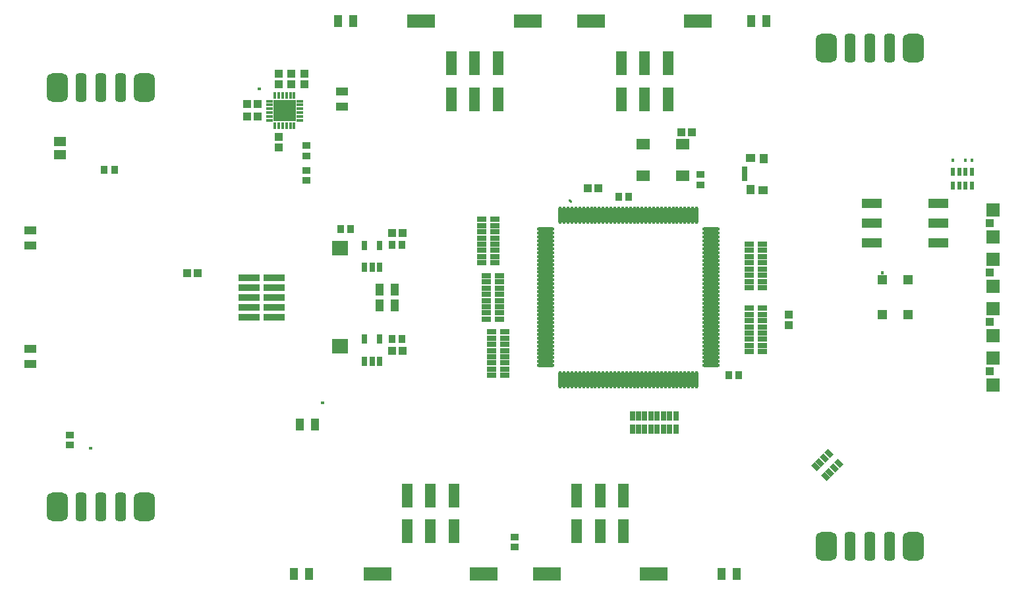
<source format=gtp>
G04 Layer_Color=8421504*
%FSLAX25Y25*%
%MOIN*%
G70*
G01*
G75*
%ADD93R,0.08400X0.07200*%
%ADD94R,0.04143X0.03750*%
%ADD95R,0.03750X0.01584*%
%ADD96R,0.01584X0.03750*%
%ADD97R,0.11230X0.10836*%
%ADD98R,0.03750X0.04143*%
%ADD99R,0.03947X0.04340*%
%ADD100R,0.04143X0.06112*%
%ADD101R,0.04734X0.02765*%
%ADD102R,0.02765X0.04734*%
%ADD103R,0.04340X0.03947*%
%ADD104R,0.06112X0.04143*%
%ADD105R,0.02962X0.04734*%
%ADD106R,0.11112X0.03800*%
%ADD107R,0.04734X0.04734*%
%ADD108R,0.02372X0.04143*%
%ADD109R,0.02765X0.07293*%
%ADD110R,0.04537X0.04143*%
%ADD111R,0.04143X0.04537*%
%ADD112R,0.10206X0.05049*%
%ADD113R,0.06112X0.05128*%
%ADD114R,0.06702X0.05521*%
G04:AMPARAMS|DCode=115|XSize=23.72mil|YSize=41.43mil|CornerRadius=0mil|HoleSize=0mil|Usage=FLASHONLY|Rotation=225.000|XOffset=0mil|YOffset=0mil|HoleType=Round|Shape=Rectangle|*
%AMROTATEDRECTD115*
4,1,4,-0.00626,0.02303,0.02303,-0.00626,0.00626,-0.02303,-0.02303,0.00626,-0.00626,0.02303,0.0*
%
%ADD115ROTATEDRECTD115*%

%ADD116R,0.06506X0.06506*%
%ADD117R,0.04143X0.04143*%
G04:AMPARAMS|DCode=118|XSize=143.79mil|YSize=56mil|CornerRadius=15.5mil|HoleSize=0mil|Usage=FLASHONLY|Rotation=90.000|XOffset=0mil|YOffset=0mil|HoleType=Round|Shape=RoundedRectangle|*
%AMROUNDEDRECTD118*
21,1,0.14379,0.02500,0,0,90.0*
21,1,0.11280,0.05600,0,0,90.0*
1,1,0.03100,0.01250,0.05640*
1,1,0.03100,0.01250,-0.05640*
1,1,0.03100,-0.01250,-0.05640*
1,1,0.03100,-0.01250,0.05640*
%
%ADD118ROUNDEDRECTD118*%
G04:AMPARAMS|DCode=119|XSize=143.79mil|YSize=106mil|CornerRadius=28mil|HoleSize=0mil|Usage=FLASHONLY|Rotation=90.000|XOffset=0mil|YOffset=0mil|HoleType=Round|Shape=RoundedRectangle|*
%AMROUNDEDRECTD119*
21,1,0.14379,0.05000,0,0,90.0*
21,1,0.08780,0.10600,0,0,90.0*
1,1,0.05600,0.02500,0.04390*
1,1,0.05600,0.02500,-0.04390*
1,1,0.05600,-0.02500,-0.04390*
1,1,0.05600,-0.02500,0.04390*
%
%ADD119ROUNDEDRECTD119*%
%ADD120R,0.14104X0.07096*%
%ADD121R,0.05600X0.12096*%
%ADD122O,0.08868X0.01781*%
%ADD123O,0.01781X0.08868*%
G04:AMPARAMS|DCode=124|XSize=16mil|YSize=14mil|CornerRadius=3.2mil|HoleSize=0mil|Usage=FLASHONLY|Rotation=0.000|XOffset=0mil|YOffset=0mil|HoleType=Round|Shape=RoundedRectangle|*
%AMROUNDEDRECTD124*
21,1,0.01600,0.00760,0,0,0.0*
21,1,0.00960,0.01400,0,0,0.0*
1,1,0.00640,0.00480,-0.00380*
1,1,0.00640,-0.00480,-0.00380*
1,1,0.00640,-0.00480,0.00380*
1,1,0.00640,0.00480,0.00380*
%
%ADD124ROUNDEDRECTD124*%
G04:AMPARAMS|DCode=125|XSize=16mil|YSize=14mil|CornerRadius=3.2mil|HoleSize=0mil|Usage=FLASHONLY|Rotation=90.000|XOffset=0mil|YOffset=0mil|HoleType=Round|Shape=RoundedRectangle|*
%AMROUNDEDRECTD125*
21,1,0.01600,0.00760,0,0,90.0*
21,1,0.00960,0.01400,0,0,90.0*
1,1,0.00640,0.00380,0.00480*
1,1,0.00640,0.00380,-0.00480*
1,1,0.00640,-0.00380,-0.00480*
1,1,0.00640,-0.00380,0.00480*
%
%ADD125ROUNDEDRECTD125*%
G04:AMPARAMS|DCode=126|XSize=16mil|YSize=14mil|CornerRadius=3.2mil|HoleSize=0mil|Usage=FLASHONLY|Rotation=315.000|XOffset=0mil|YOffset=0mil|HoleType=Round|Shape=RoundedRectangle|*
%AMROUNDEDRECTD126*
21,1,0.01600,0.00760,0,0,315.0*
21,1,0.00960,0.01400,0,0,315.0*
1,1,0.00640,0.00071,-0.00608*
1,1,0.00640,-0.00608,0.00071*
1,1,0.00640,-0.00071,0.00608*
1,1,0.00640,0.00608,-0.00071*
%
%ADD126ROUNDEDRECTD126*%
D93*
X-52000Y-24606D02*
D03*
Y25000D02*
D03*
D94*
X-68788Y64295D02*
D03*
Y59177D02*
D03*
Y76878D02*
D03*
Y71760D02*
D03*
X130372Y57051D02*
D03*
Y62169D02*
D03*
X-188628Y-74844D02*
D03*
Y-69726D02*
D03*
X36500Y-121336D02*
D03*
Y-126454D02*
D03*
D95*
X-72323Y89579D02*
D03*
Y91547D02*
D03*
Y93516D02*
D03*
Y95484D02*
D03*
Y97453D02*
D03*
Y99421D02*
D03*
X-87677D02*
D03*
Y97453D02*
D03*
Y95484D02*
D03*
Y93516D02*
D03*
Y91547D02*
D03*
Y89579D02*
D03*
D96*
X-75079Y102177D02*
D03*
X-77047D02*
D03*
X-79016D02*
D03*
X-80984D02*
D03*
X-82953D02*
D03*
X-84921D02*
D03*
Y86823D02*
D03*
X-82953D02*
D03*
X-80984D02*
D03*
X-79016D02*
D03*
X-77047D02*
D03*
X-75079D02*
D03*
D97*
X-80000Y94500D02*
D03*
D98*
X89079Y51000D02*
D03*
X94197D02*
D03*
X-25559Y-20912D02*
D03*
X-20441D02*
D03*
X-25559Y26732D02*
D03*
X-20441D02*
D03*
X144746Y-39500D02*
D03*
X149864D02*
D03*
X-51714Y34441D02*
D03*
X-46596D02*
D03*
X-165941Y64595D02*
D03*
X-171059D02*
D03*
D99*
X-25657Y-26925D02*
D03*
X-20343D02*
D03*
X-20343Y32761D02*
D03*
X-25657D02*
D03*
X73304Y55276D02*
D03*
X78619D02*
D03*
X126030Y83610D02*
D03*
X120715D02*
D03*
X-93685Y98047D02*
D03*
X-99000D02*
D03*
X-93685Y91547D02*
D03*
X-99000D02*
D03*
X-129157Y12107D02*
D03*
X-123843D02*
D03*
D100*
X-67580Y-140000D02*
D03*
X-75257D02*
D03*
X-52966Y140000D02*
D03*
X-45289D02*
D03*
X-64661Y-64500D02*
D03*
X-72339D02*
D03*
X141080Y-140000D02*
D03*
X148757D02*
D03*
X156080Y140000D02*
D03*
X163757D02*
D03*
X-24161Y-4000D02*
D03*
X-31839D02*
D03*
X-24161Y4000D02*
D03*
X-31839D02*
D03*
D101*
X28923Y-11024D02*
D03*
Y-7874D02*
D03*
Y-4724D02*
D03*
Y-1575D02*
D03*
Y1575D02*
D03*
Y4724D02*
D03*
Y7874D02*
D03*
Y11024D02*
D03*
X22230Y-11024D02*
D03*
Y-7874D02*
D03*
Y-4724D02*
D03*
Y-1575D02*
D03*
Y1575D02*
D03*
Y4724D02*
D03*
Y7874D02*
D03*
Y11024D02*
D03*
X155154Y4921D02*
D03*
Y8071D02*
D03*
Y11220D02*
D03*
Y20669D02*
D03*
Y23819D02*
D03*
Y14370D02*
D03*
Y17520D02*
D03*
Y26969D02*
D03*
X161846Y4921D02*
D03*
Y8071D02*
D03*
Y11220D02*
D03*
Y14370D02*
D03*
Y20669D02*
D03*
Y23819D02*
D03*
Y17520D02*
D03*
Y26969D02*
D03*
X26346Y17476D02*
D03*
Y20626D02*
D03*
Y23776D02*
D03*
Y26925D02*
D03*
Y30075D02*
D03*
Y33224D02*
D03*
Y36374D02*
D03*
Y39524D02*
D03*
X19654Y17476D02*
D03*
Y20626D02*
D03*
Y23776D02*
D03*
Y26925D02*
D03*
Y30075D02*
D03*
Y33224D02*
D03*
Y36374D02*
D03*
Y39524D02*
D03*
X31500Y-39524D02*
D03*
Y-36374D02*
D03*
Y-33224D02*
D03*
Y-30075D02*
D03*
Y-26925D02*
D03*
Y-23776D02*
D03*
Y-20626D02*
D03*
Y-17476D02*
D03*
X24807Y-39524D02*
D03*
Y-36374D02*
D03*
Y-33224D02*
D03*
Y-30075D02*
D03*
Y-26925D02*
D03*
Y-23776D02*
D03*
Y-20626D02*
D03*
Y-17476D02*
D03*
X161846Y-27524D02*
D03*
Y-24374D02*
D03*
Y-21224D02*
D03*
Y-18075D02*
D03*
Y-14925D02*
D03*
Y-11776D02*
D03*
Y-8626D02*
D03*
Y-5476D02*
D03*
X155154Y-27524D02*
D03*
Y-24374D02*
D03*
Y-21224D02*
D03*
Y-18075D02*
D03*
Y-14925D02*
D03*
Y-11776D02*
D03*
Y-8626D02*
D03*
Y-5476D02*
D03*
D102*
X95976Y-66813D02*
D03*
X99126D02*
D03*
X105425D02*
D03*
X102276D02*
D03*
X99126Y-60120D02*
D03*
X95976D02*
D03*
X102276D02*
D03*
X108575Y-66813D02*
D03*
X114874D02*
D03*
X111724D02*
D03*
X118024D02*
D03*
X105425Y-60120D02*
D03*
X111724D02*
D03*
X108575D02*
D03*
X114874D02*
D03*
X118024D02*
D03*
D103*
X-76500Y107843D02*
D03*
Y113157D02*
D03*
X-70000Y107843D02*
D03*
Y113157D02*
D03*
X-83000Y107843D02*
D03*
Y113157D02*
D03*
Y75842D02*
D03*
Y81157D02*
D03*
X175000Y-13996D02*
D03*
Y-8681D02*
D03*
D104*
X-208500Y-26161D02*
D03*
Y-33839D02*
D03*
Y26161D02*
D03*
Y33839D02*
D03*
X-51000Y104339D02*
D03*
Y96661D02*
D03*
D105*
X-39444Y-32428D02*
D03*
X-35704D02*
D03*
X-31964D02*
D03*
Y-21207D02*
D03*
X-39444D02*
D03*
Y15216D02*
D03*
X-35704D02*
D03*
X-31964D02*
D03*
Y26437D02*
D03*
X-39444D02*
D03*
D106*
X-97740Y-10000D02*
D03*
Y-5000D02*
D03*
Y5000D02*
D03*
Y0D02*
D03*
Y10000D02*
D03*
X-85260Y-5000D02*
D03*
Y-10000D02*
D03*
Y5000D02*
D03*
Y0D02*
D03*
Y10000D02*
D03*
D107*
X222504Y8858D02*
D03*
Y-8858D02*
D03*
X235496D02*
D03*
Y8858D02*
D03*
D108*
X258276Y56457D02*
D03*
X261425D02*
D03*
X264575D02*
D03*
X267724D02*
D03*
X258276Y63543D02*
D03*
X261425D02*
D03*
X264575D02*
D03*
X267724D02*
D03*
D109*
X152799Y62500D02*
D03*
D110*
X162150Y54429D02*
D03*
X155850Y70571D02*
D03*
D111*
X155654Y54626D02*
D03*
X162346Y70374D02*
D03*
D112*
X217071Y27500D02*
D03*
Y37500D02*
D03*
Y47500D02*
D03*
X250929Y27500D02*
D03*
Y37500D02*
D03*
Y47500D02*
D03*
D113*
X-193500Y72154D02*
D03*
Y78847D02*
D03*
D114*
X101372Y77484D02*
D03*
X121372D02*
D03*
X101372Y61736D02*
D03*
X121372D02*
D03*
D115*
X195335Y-79154D02*
D03*
X193108Y-81381D02*
D03*
X190881Y-83608D02*
D03*
X188654Y-85835D02*
D03*
X200346Y-84165D02*
D03*
X198119Y-86392D02*
D03*
X195892Y-88619D02*
D03*
X193665Y-90846D02*
D03*
D116*
X278425Y-19390D02*
D03*
Y-5610D02*
D03*
Y5610D02*
D03*
Y19390D02*
D03*
Y44390D02*
D03*
Y30610D02*
D03*
Y-30610D02*
D03*
Y-44390D02*
D03*
D117*
X276654Y-12500D02*
D03*
Y12500D02*
D03*
Y37500D02*
D03*
Y-37500D02*
D03*
D118*
X216000Y-126213D02*
D03*
X226000D02*
D03*
X206000D02*
D03*
X-173000Y-106213D02*
D03*
X-163000D02*
D03*
X-183000D02*
D03*
X-173000Y106213D02*
D03*
X-183000D02*
D03*
X-163000D02*
D03*
X216000Y126213D02*
D03*
X206000D02*
D03*
X226000D02*
D03*
D119*
X237968Y-126213D02*
D03*
X194032D02*
D03*
X-151031Y-106213D02*
D03*
X-194968D02*
D03*
Y106213D02*
D03*
X-151031D02*
D03*
X194032Y126213D02*
D03*
X237968D02*
D03*
D120*
X128954Y140000D02*
D03*
X75076D02*
D03*
X42959D02*
D03*
X-10919D02*
D03*
X-32954Y-140000D02*
D03*
X20924D02*
D03*
X52832D02*
D03*
X106710D02*
D03*
D121*
X113954Y118465D02*
D03*
X90332D02*
D03*
X102143D02*
D03*
X90332Y100236D02*
D03*
X102143D02*
D03*
X113954D02*
D03*
X27959Y118465D02*
D03*
X4337D02*
D03*
X16148D02*
D03*
X4337Y100236D02*
D03*
X16148D02*
D03*
X27959D02*
D03*
X-17954Y-118465D02*
D03*
X5668D02*
D03*
X-6143D02*
D03*
X5668Y-100236D02*
D03*
X-6143D02*
D03*
X-17954D02*
D03*
X67832Y-118465D02*
D03*
X91454D02*
D03*
X79643D02*
D03*
X91454Y-100236D02*
D03*
X79643D02*
D03*
X67832D02*
D03*
D122*
X52268Y-24606D02*
D03*
Y-26575D02*
D03*
Y-18701D02*
D03*
Y-22638D02*
D03*
Y-20669D02*
D03*
Y-34449D02*
D03*
Y-28543D02*
D03*
Y-32480D02*
D03*
Y-30512D02*
D03*
Y-16732D02*
D03*
Y-10827D02*
D03*
Y-14764D02*
D03*
Y-12795D02*
D03*
Y-4921D02*
D03*
Y-8858D02*
D03*
Y-6890D02*
D03*
Y8858D02*
D03*
Y6890D02*
D03*
Y14764D02*
D03*
Y10827D02*
D03*
Y12795D02*
D03*
Y-984D02*
D03*
Y-2953D02*
D03*
Y4921D02*
D03*
Y984D02*
D03*
Y2953D02*
D03*
Y28543D02*
D03*
Y26575D02*
D03*
Y34449D02*
D03*
Y30512D02*
D03*
Y32480D02*
D03*
Y18701D02*
D03*
Y16732D02*
D03*
Y24606D02*
D03*
Y20669D02*
D03*
Y22638D02*
D03*
X135732Y-34449D02*
D03*
Y-28543D02*
D03*
Y-32480D02*
D03*
Y-30512D02*
D03*
Y-24606D02*
D03*
Y-26575D02*
D03*
Y-18701D02*
D03*
Y-22638D02*
D03*
Y-20669D02*
D03*
Y-16732D02*
D03*
Y-10827D02*
D03*
Y-14764D02*
D03*
Y-12795D02*
D03*
Y-4921D02*
D03*
Y-8858D02*
D03*
Y-6890D02*
D03*
Y8858D02*
D03*
Y6890D02*
D03*
Y14764D02*
D03*
Y10827D02*
D03*
Y12795D02*
D03*
Y-984D02*
D03*
Y-2953D02*
D03*
Y4921D02*
D03*
Y984D02*
D03*
Y2953D02*
D03*
Y30512D02*
D03*
Y28543D02*
D03*
Y32480D02*
D03*
Y34449D02*
D03*
Y20669D02*
D03*
Y16732D02*
D03*
Y18701D02*
D03*
Y26575D02*
D03*
Y22638D02*
D03*
Y24606D02*
D03*
D123*
X59551Y-41732D02*
D03*
X61520D02*
D03*
X63488D02*
D03*
X67425D02*
D03*
X75299D02*
D03*
X77268D02*
D03*
X69394D02*
D03*
X73331D02*
D03*
X71362D02*
D03*
X65457D02*
D03*
X79236D02*
D03*
X81205D02*
D03*
X89079D02*
D03*
X91047D02*
D03*
X83173D02*
D03*
X87110D02*
D03*
X85142D02*
D03*
X59551Y41732D02*
D03*
X61520D02*
D03*
X65457D02*
D03*
X73331D02*
D03*
X75299D02*
D03*
X67425D02*
D03*
X71362D02*
D03*
X69394D02*
D03*
X79236D02*
D03*
X81205D02*
D03*
X63488D02*
D03*
X77268D02*
D03*
X89079D02*
D03*
X91047D02*
D03*
X83173D02*
D03*
X87110D02*
D03*
X85142D02*
D03*
X98921Y-41732D02*
D03*
X100890D02*
D03*
X93016D02*
D03*
X96953D02*
D03*
X94984D02*
D03*
X108764D02*
D03*
X110732D02*
D03*
X102858D02*
D03*
X106795D02*
D03*
X104827D02*
D03*
X118606D02*
D03*
X120575D02*
D03*
X112701D02*
D03*
X116638D02*
D03*
X114669D02*
D03*
X122543D02*
D03*
X124512D02*
D03*
X126480D02*
D03*
X128449D02*
D03*
X93016Y41732D02*
D03*
X96953D02*
D03*
X94984D02*
D03*
X104827D02*
D03*
X106795D02*
D03*
X98921D02*
D03*
X102858D02*
D03*
X100890D02*
D03*
X114669D02*
D03*
X116638D02*
D03*
X108764D02*
D03*
X112701D02*
D03*
X110732D02*
D03*
X124512D02*
D03*
X126480D02*
D03*
X118606D02*
D03*
X122543D02*
D03*
X120575D02*
D03*
X128449D02*
D03*
D124*
X-60933Y-53453D02*
D03*
X-60533D02*
D03*
X-178181Y-76406D02*
D03*
X-177781D02*
D03*
X-92547Y105500D02*
D03*
X-92947D02*
D03*
D125*
X222539Y12333D02*
D03*
Y12733D02*
D03*
X258276Y69300D02*
D03*
Y69700D02*
D03*
X264575Y69300D02*
D03*
Y69700D02*
D03*
X267724D02*
D03*
Y69300D02*
D03*
D126*
X64364Y49048D02*
D03*
X64647Y48766D02*
D03*
M02*

</source>
